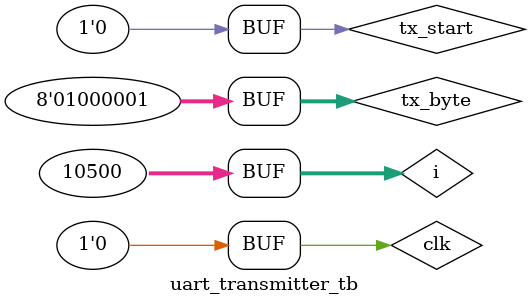
<source format=v>
`include "uart-transmitter.v"

module uart_transmitter_tb;

reg clk;
reg tx_start;
reg [7:0] tx_byte;
wire tx;
wire tx_done;

uart_transmitter dut
(
    clk,
    tx_start,
    tx_byte,
    tx,
    tx_done
);

initial
begin
    $dumpfile("./build/rtl-sim/vcd/uart-transmitter.vcd");
    $dumpvars;
end

integer i;
initial
begin
    clk = 0;
    tx_start = 0;
    tx_byte = 65;

    for (i = 0; i < 10500; i = i + 1)
    begin
        if (i == 500)
            tx_start = 1;
        else
            tx_start = 0;
        
        clk = ~clk; 
        #100;
    end
end

endmodule

</source>
